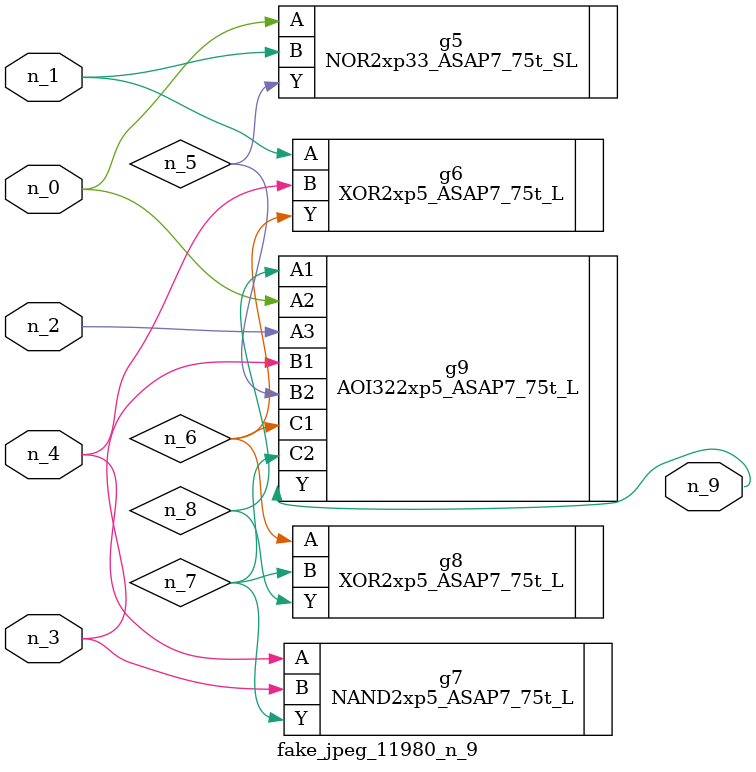
<source format=v>
module fake_jpeg_11980_n_9 (n_3, n_2, n_1, n_0, n_4, n_9);

input n_3;
input n_2;
input n_1;
input n_0;
input n_4;

output n_9;

wire n_8;
wire n_6;
wire n_5;
wire n_7;

NOR2xp33_ASAP7_75t_SL g5 ( 
.A(n_0),
.B(n_1),
.Y(n_5)
);

XOR2xp5_ASAP7_75t_L g6 ( 
.A(n_1),
.B(n_4),
.Y(n_6)
);

NAND2xp5_ASAP7_75t_L g7 ( 
.A(n_4),
.B(n_3),
.Y(n_7)
);

XOR2xp5_ASAP7_75t_L g8 ( 
.A(n_6),
.B(n_7),
.Y(n_8)
);

AOI322xp5_ASAP7_75t_L g9 ( 
.A1(n_8),
.A2(n_0),
.A3(n_2),
.B1(n_3),
.B2(n_5),
.C1(n_6),
.C2(n_7),
.Y(n_9)
);


endmodule
</source>
